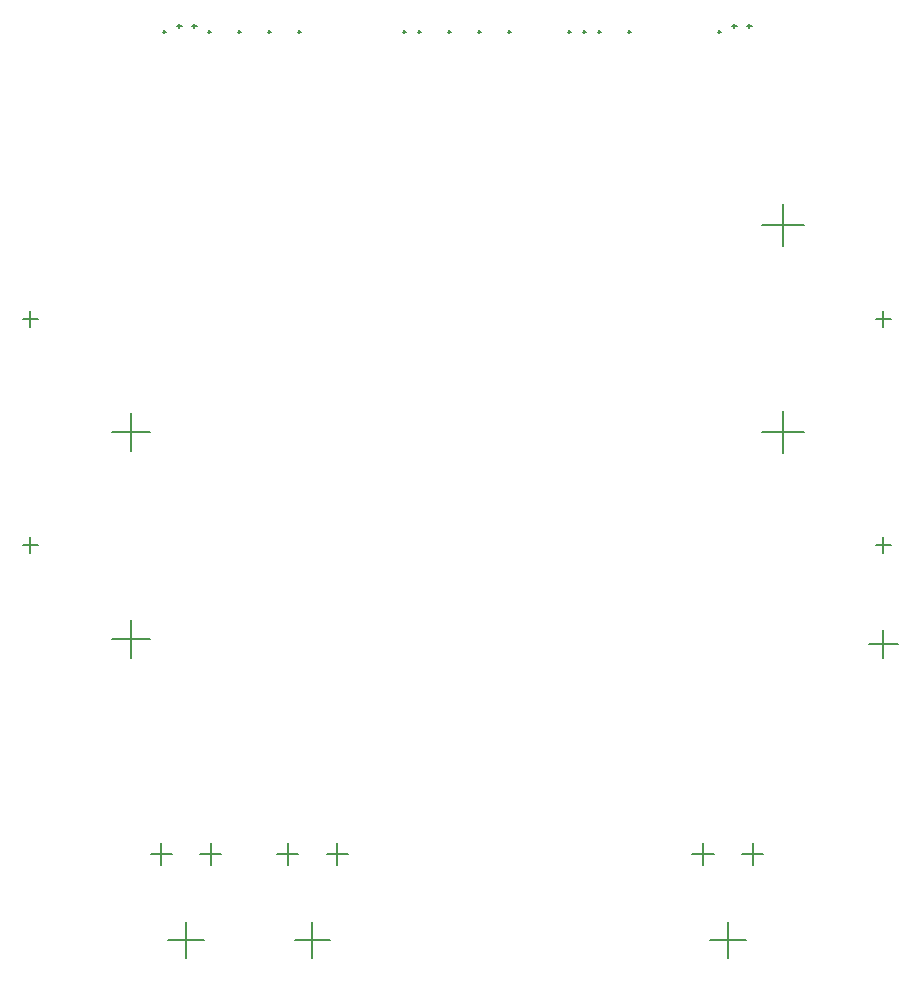
<source format=gbr>
%TF.GenerationSoftware,Altium Limited,Altium Designer,22.11.1 (43)*%
G04 Layer_Color=128*
%FSLAX45Y45*%
%MOMM*%
%TF.SameCoordinates,CC3570FD-A2D7-4FBA-AFAC-830B96578B4B*%
%TF.FilePolarity,Positive*%
%TF.FileFunction,Drillmap*%
%TF.Part,Single*%
G01*
G75*
%TA.AperFunction,NonConductor*%
%ADD48C,0.12700*%
D48*
X6938500Y1720000D02*
X7238500D01*
X7088500Y1570000D02*
Y1870000D01*
X7208500Y2450000D02*
X7388500D01*
X7298500Y2360000D02*
Y2540000D01*
X6788500Y2450000D02*
X6968500D01*
X6878500Y2360000D02*
Y2540000D01*
X3420000Y1720000D02*
X3720000D01*
X3570000Y1570000D02*
Y1870000D01*
X3690000Y2450000D02*
X3870000D01*
X3780000Y2360000D02*
Y2540000D01*
X3270000Y2450000D02*
X3450000D01*
X3360000Y2360000D02*
Y2540000D01*
X2350000Y1720000D02*
X2650000D01*
X2500000Y1570000D02*
Y1870000D01*
X2620000Y2450000D02*
X2800000D01*
X2710000Y2360000D02*
Y2540000D01*
X2200000Y2450000D02*
X2380000D01*
X2290000Y2360000D02*
Y2540000D01*
X8339250Y6979000D02*
X8471250D01*
X8405250Y6913000D02*
Y7045000D01*
X8339250Y5066000D02*
X8471250D01*
X8405250Y5000000D02*
Y5132000D01*
X1117250Y6979000D02*
X1249250D01*
X1183250Y6913000D02*
Y7045000D01*
X1117250Y5066000D02*
X1249250D01*
X1183250Y5000000D02*
Y5132000D01*
X8286250Y4229000D02*
X8524250D01*
X8405250Y4110000D02*
Y4348000D01*
X7376750Y7771000D02*
X7731750D01*
X7554250Y7593500D02*
Y7948500D01*
X7376750Y6024000D02*
X7731750D01*
X7554250Y5846500D02*
Y6201500D01*
X1875250Y4271000D02*
X2193250D01*
X2034250Y4112000D02*
Y4430000D01*
X1875250Y6024000D02*
X2193250D01*
X2034250Y5865000D02*
Y6183000D01*
X7004000Y9410000D02*
X7029400D01*
X7016700Y9397300D02*
Y9422700D01*
X6242000Y9410000D02*
X6267400D01*
X6254700Y9397300D02*
Y9422700D01*
X5988000Y9410000D02*
X6013400D01*
X6000700Y9397300D02*
Y9422700D01*
X5861000Y9410000D02*
X5886400D01*
X5873700Y9397300D02*
Y9422700D01*
X5734000Y9410000D02*
X5759400D01*
X5746700Y9397300D02*
Y9422700D01*
X5226000Y9410000D02*
X5251400D01*
X5238700Y9397300D02*
Y9422700D01*
X4972000Y9410000D02*
X4997400D01*
X4984700Y9397300D02*
Y9422700D01*
X4718000Y9410000D02*
X4743400D01*
X4730700Y9397300D02*
Y9422700D01*
X4464000Y9410000D02*
X4489400D01*
X4476700Y9397300D02*
Y9422700D01*
X4337000Y9410000D02*
X4362400D01*
X4349700Y9397300D02*
Y9422700D01*
X3448000Y9410000D02*
X3473400D01*
X3460700Y9397300D02*
Y9422700D01*
X3194000Y9410000D02*
X3219400D01*
X3206700Y9397300D02*
Y9422700D01*
X2940000Y9410000D02*
X2965400D01*
X2952700Y9397300D02*
Y9422700D01*
X2686000Y9410000D02*
X2711400D01*
X2698700Y9397300D02*
Y9422700D01*
X2305000Y9410000D02*
X2330400D01*
X2317700Y9397300D02*
Y9422700D01*
X2426900Y9460000D02*
X2462500D01*
X2444700Y9442200D02*
Y9477800D01*
X2553900Y9460000D02*
X2589500D01*
X2571700Y9442200D02*
Y9477800D01*
X7252900Y9460000D02*
X7288500D01*
X7270700Y9442200D02*
Y9477800D01*
X7125900Y9460000D02*
X7161500D01*
X7143700Y9442200D02*
Y9477800D01*
%TF.MD5,249e3bcc20430587792a9b047bdcc5a8*%
M02*

</source>
